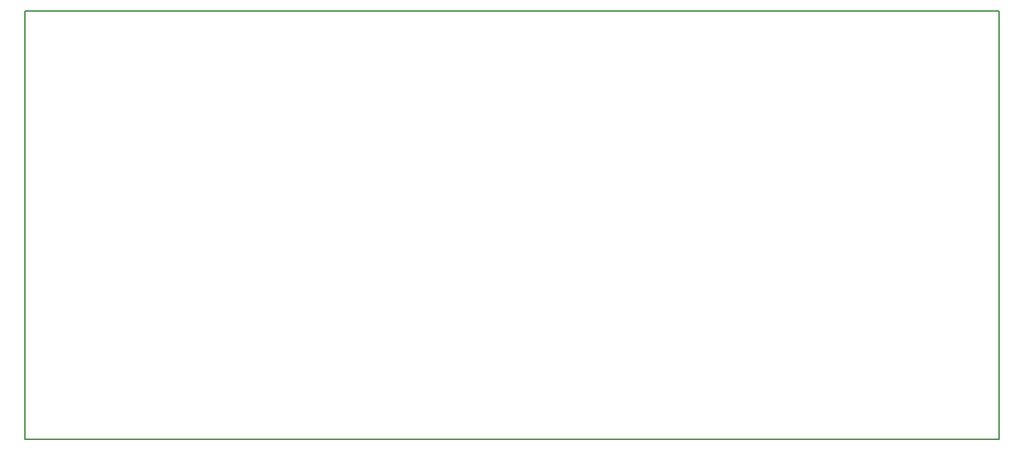
<source format=gbr>
G04 #@! TF.GenerationSoftware,KiCad,Pcbnew,(5.1.9-0-10_14)*
G04 #@! TF.CreationDate,2020-12-29T17:03:32+01:00*
G04 #@! TF.ProjectId,Attentuator Board V2,41747465-6e74-4756-9174-6f7220426f61,2.1*
G04 #@! TF.SameCoordinates,Original*
G04 #@! TF.FileFunction,Profile,NP*
%FSLAX46Y46*%
G04 Gerber Fmt 4.6, Leading zero omitted, Abs format (unit mm)*
G04 Created by KiCad (PCBNEW (5.1.9-0-10_14)) date 2020-12-29 17:03:32*
%MOMM*%
%LPD*%
G01*
G04 APERTURE LIST*
G04 #@! TA.AperFunction,Profile*
%ADD10C,0.150000*%
G04 #@! TD*
G04 APERTURE END LIST*
D10*
X198120000Y-72390000D02*
X85725000Y-72390000D01*
X198120000Y-121920000D02*
X198120000Y-72390000D01*
X85725000Y-121920000D02*
X198120000Y-121920000D01*
X85725000Y-72390000D02*
X85725000Y-121920000D01*
M02*

</source>
